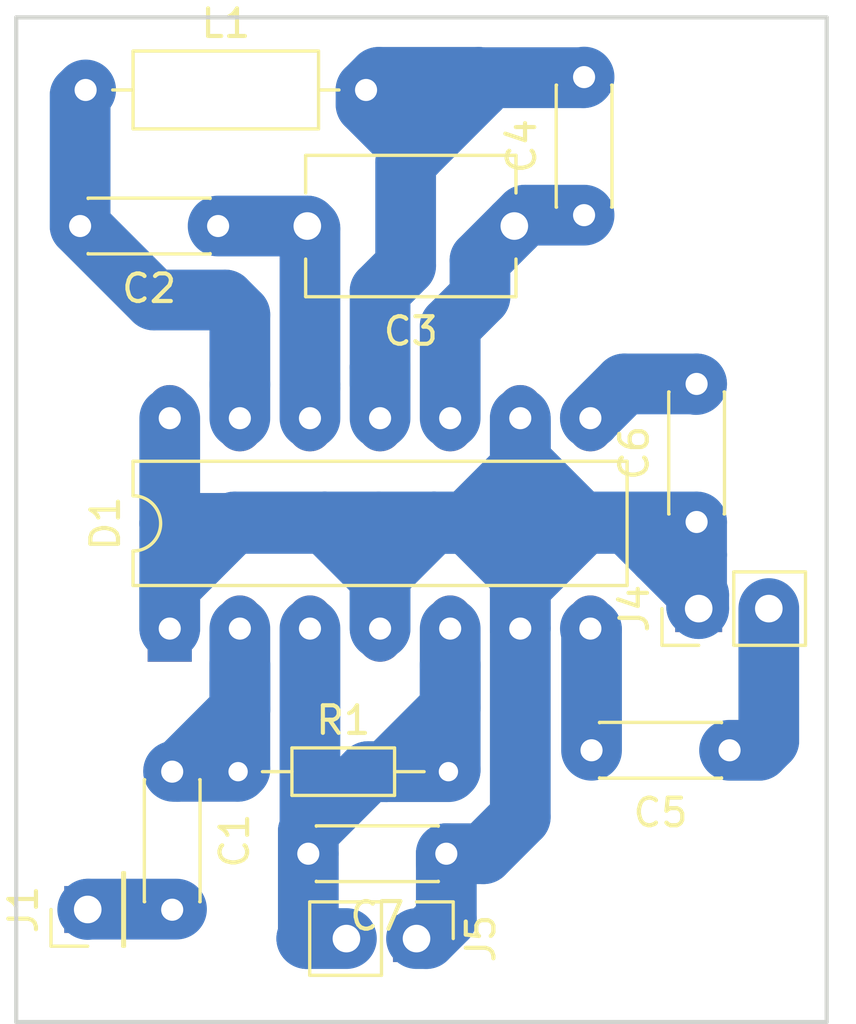
<source format=kicad_pcb>
(kicad_pcb (version 4) (host pcbnew 4.0.7)

  (general
    (links 26)
    (no_connects 0)
    (area 132.2548 101.1614 163.6409 138.378001)
    (thickness 1.6)
    (drawings 4)
    (tracks 123)
    (zones 0)
    (modules 13)
    (nets 12)
  )

  (page A4)
  (layers
    (0 F.Cu signal)
    (31 B.Cu signal)
    (32 B.Adhes user)
    (33 F.Adhes user)
    (34 B.Paste user)
    (35 F.Paste user)
    (36 B.SilkS user)
    (37 F.SilkS user)
    (38 B.Mask user)
    (39 F.Mask user)
    (40 Dwgs.User user)
    (41 Cmts.User user)
    (42 Eco1.User user)
    (43 Eco2.User user)
    (44 Edge.Cuts user)
    (45 Margin user)
    (46 B.CrtYd user)
    (47 F.CrtYd user)
    (48 B.Fab user)
    (49 F.Fab user)
  )

  (setup
    (last_trace_width 2.2)
    (trace_clearance 0.2)
    (zone_clearance 0.508)
    (zone_45_only no)
    (trace_min 0.2)
    (segment_width 0.2)
    (edge_width 0.15)
    (via_size 0.6)
    (via_drill 0.4)
    (via_min_size 0.4)
    (via_min_drill 0.3)
    (uvia_size 0.3)
    (uvia_drill 0.1)
    (uvias_allowed no)
    (uvia_min_size 0.2)
    (uvia_min_drill 0.1)
    (pcb_text_width 0.3)
    (pcb_text_size 1.5 1.5)
    (mod_edge_width 0.15)
    (mod_text_size 1 1)
    (mod_text_width 0.15)
    (pad_size 1.524 1.524)
    (pad_drill 0.762)
    (pad_to_mask_clearance 0.2)
    (aux_axis_origin 0 0)
    (visible_elements FFFFFF7F)
    (pcbplotparams
      (layerselection 0x00030_80000001)
      (usegerberextensions false)
      (excludeedgelayer true)
      (linewidth 0.100000)
      (plotframeref false)
      (viasonmask false)
      (mode 1)
      (useauxorigin false)
      (hpglpennumber 1)
      (hpglpenspeed 20)
      (hpglpendiameter 15)
      (hpglpenoverlay 2)
      (psnegative false)
      (psa4output false)
      (plotreference true)
      (plotvalue true)
      (plotinvisibletext false)
      (padsonsilk false)
      (subtractmaskfromsilk false)
      (outputformat 1)
      (mirror false)
      (drillshape 1)
      (scaleselection 1)
      (outputdirectory ""))
  )

  (net 0 "")
  (net 1 "Net-(C1-Pad1)")
  (net 2 "Net-(C1-Pad2)")
  (net 3 "Net-(C2-Pad1)")
  (net 4 "Net-(C2-Pad2)")
  (net 5 "Net-(C3-Pad1)")
  (net 6 "Net-(C4-Pad2)")
  (net 7 "Net-(C5-Pad1)")
  (net 8 "Net-(C5-Pad2)")
  (net 9 "Net-(C6-Pad1)")
  (net 10 "Net-(C6-Pad2)")
  (net 11 "Net-(C7-Pad2)")

  (net_class Default "Это класс цепей по умолчанию."
    (clearance 0.2)
    (trace_width 2.2)
    (via_dia 0.6)
    (via_drill 0.4)
    (uvia_dia 0.3)
    (uvia_drill 0.1)
    (add_net "Net-(C1-Pad1)")
    (add_net "Net-(C1-Pad2)")
    (add_net "Net-(C2-Pad1)")
    (add_net "Net-(C2-Pad2)")
    (add_net "Net-(C3-Pad1)")
    (add_net "Net-(C4-Pad2)")
    (add_net "Net-(C5-Pad1)")
    (add_net "Net-(C5-Pad2)")
    (add_net "Net-(C6-Pad1)")
    (add_net "Net-(C6-Pad2)")
    (add_net "Net-(C7-Pad2)")
  )

  (module Housings_DIP:DIP-14_W7.62mm_LongPads (layer F.Cu) (tedit 59C78D6B) (tstamp 5B301702)
    (at 138.5316 124.0536 90)
    (descr "14-lead though-hole mounted DIP package, row spacing 7.62 mm (300 mils), LongPads")
    (tags "THT DIP DIL PDIP 2.54mm 7.62mm 300mil LongPads")
    (path /5B2FB5E1)
    (fp_text reference D1 (at 3.81 -2.33 90) (layer F.SilkS)
      (effects (font (size 1 1) (thickness 0.15)))
    )
    (fp_text value К174ПС1 (at 3.81 17.57 90) (layer F.Fab)
      (effects (font (size 1 1) (thickness 0.15)))
    )
    (fp_arc (start 3.81 -1.33) (end 2.81 -1.33) (angle -180) (layer F.SilkS) (width 0.12))
    (fp_line (start 1.635 -1.27) (end 6.985 -1.27) (layer F.Fab) (width 0.1))
    (fp_line (start 6.985 -1.27) (end 6.985 16.51) (layer F.Fab) (width 0.1))
    (fp_line (start 6.985 16.51) (end 0.635 16.51) (layer F.Fab) (width 0.1))
    (fp_line (start 0.635 16.51) (end 0.635 -0.27) (layer F.Fab) (width 0.1))
    (fp_line (start 0.635 -0.27) (end 1.635 -1.27) (layer F.Fab) (width 0.1))
    (fp_line (start 2.81 -1.33) (end 1.56 -1.33) (layer F.SilkS) (width 0.12))
    (fp_line (start 1.56 -1.33) (end 1.56 16.57) (layer F.SilkS) (width 0.12))
    (fp_line (start 1.56 16.57) (end 6.06 16.57) (layer F.SilkS) (width 0.12))
    (fp_line (start 6.06 16.57) (end 6.06 -1.33) (layer F.SilkS) (width 0.12))
    (fp_line (start 6.06 -1.33) (end 4.81 -1.33) (layer F.SilkS) (width 0.12))
    (fp_line (start -1.45 -1.55) (end -1.45 16.8) (layer F.CrtYd) (width 0.05))
    (fp_line (start -1.45 16.8) (end 9.1 16.8) (layer F.CrtYd) (width 0.05))
    (fp_line (start 9.1 16.8) (end 9.1 -1.55) (layer F.CrtYd) (width 0.05))
    (fp_line (start 9.1 -1.55) (end -1.45 -1.55) (layer F.CrtYd) (width 0.05))
    (fp_text user %R (at 3.81 7.62 90) (layer F.Fab)
      (effects (font (size 1 1) (thickness 0.15)))
    )
    (pad 1 thru_hole rect (at 0 0 90) (size 2.4 1.6) (drill 0.8) (layers *.Cu *.Mask)
      (net 9 "Net-(C6-Pad1)"))
    (pad 8 thru_hole oval (at 7.62 15.24 90) (size 2.4 1.6) (drill 0.8) (layers *.Cu *.Mask)
      (net 10 "Net-(C6-Pad2)"))
    (pad 2 thru_hole oval (at 0 2.54 90) (size 2.4 1.6) (drill 0.8) (layers *.Cu *.Mask)
      (net 1 "Net-(C1-Pad1)"))
    (pad 9 thru_hole oval (at 7.62 12.7 90) (size 2.4 1.6) (drill 0.8) (layers *.Cu *.Mask)
      (net 9 "Net-(C6-Pad1)"))
    (pad 3 thru_hole oval (at 0 5.08 90) (size 2.4 1.6) (drill 0.8) (layers *.Cu *.Mask)
      (net 11 "Net-(C7-Pad2)"))
    (pad 10 thru_hole oval (at 7.62 10.16 90) (size 2.4 1.6) (drill 0.8) (layers *.Cu *.Mask)
      (net 5 "Net-(C3-Pad1)"))
    (pad 4 thru_hole oval (at 0 7.62 90) (size 2.4 1.6) (drill 0.8) (layers *.Cu *.Mask)
      (net 9 "Net-(C6-Pad1)"))
    (pad 11 thru_hole oval (at 7.62 7.62 90) (size 2.4 1.6) (drill 0.8) (layers *.Cu *.Mask)
      (net 6 "Net-(C4-Pad2)"))
    (pad 5 thru_hole oval (at 0 10.16 90) (size 2.4 1.6) (drill 0.8) (layers *.Cu *.Mask)
      (net 11 "Net-(C7-Pad2)"))
    (pad 12 thru_hole oval (at 7.62 5.08 90) (size 2.4 1.6) (drill 0.8) (layers *.Cu *.Mask)
      (net 3 "Net-(C2-Pad1)"))
    (pad 6 thru_hole oval (at 0 12.7 90) (size 2.4 1.6) (drill 0.8) (layers *.Cu *.Mask)
      (net 9 "Net-(C6-Pad1)"))
    (pad 13 thru_hole oval (at 7.62 2.54 90) (size 2.4 1.6) (drill 0.8) (layers *.Cu *.Mask)
      (net 4 "Net-(C2-Pad2)"))
    (pad 7 thru_hole oval (at 0 15.24 90) (size 2.4 1.6) (drill 0.8) (layers *.Cu *.Mask)
      (net 8 "Net-(C5-Pad2)"))
    (pad 14 thru_hole oval (at 7.62 0 90) (size 2.4 1.6) (drill 0.8) (layers *.Cu *.Mask)
      (net 9 "Net-(C6-Pad1)"))
    (model ${KISYS3DMOD}/Housings_DIP.3dshapes/DIP-14_W7.62mm.wrl
      (at (xyz 0 0 0))
      (scale (xyz 1 1 1))
      (rotate (xyz 0 0 0))
    )
  )

  (module Capacitors_THT:C_Disc_D7.5mm_W5.0mm_P7.50mm (layer F.Cu) (tedit 597BC7C2) (tstamp 5B2FCD2A)
    (at 151.0157 109.474 180)
    (descr "C, Disc series, Radial, pin pitch=7.50mm, , diameter*width=7.5*5.0mm^2, Capacitor, http://www.vishay.com/docs/28535/vy2series.pdf")
    (tags "C Disc series Radial pin pitch 7.50mm  diameter 7.5mm width 5.0mm Capacitor")
    (path /5B2FCEED)
    (fp_text reference C3 (at 3.75 -3.81 180) (layer F.SilkS)
      (effects (font (size 1 1) (thickness 0.15)))
    )
    (fp_text value 300pF (at 3.75 3.81 180) (layer F.Fab)
      (effects (font (size 1 1) (thickness 0.15)))
    )
    (fp_line (start 0 -2.5) (end 0 2.5) (layer F.Fab) (width 0.1))
    (fp_line (start 0 2.5) (end 7.5 2.5) (layer F.Fab) (width 0.1))
    (fp_line (start 7.5 2.5) (end 7.5 -2.5) (layer F.Fab) (width 0.1))
    (fp_line (start 7.5 -2.5) (end 0 -2.5) (layer F.Fab) (width 0.1))
    (fp_line (start -0.06 -2.56) (end 7.56 -2.56) (layer F.SilkS) (width 0.12))
    (fp_line (start -0.06 2.56) (end 7.56 2.56) (layer F.SilkS) (width 0.12))
    (fp_line (start -0.06 -2.56) (end -0.06 -1.195) (layer F.SilkS) (width 0.12))
    (fp_line (start -0.06 1.195) (end -0.06 2.56) (layer F.SilkS) (width 0.12))
    (fp_line (start 7.56 -2.56) (end 7.56 -1.195) (layer F.SilkS) (width 0.12))
    (fp_line (start 7.56 1.195) (end 7.56 2.56) (layer F.SilkS) (width 0.12))
    (fp_line (start -1.25 -2.85) (end -1.25 2.85) (layer F.CrtYd) (width 0.05))
    (fp_line (start -1.25 2.85) (end 8.75 2.85) (layer F.CrtYd) (width 0.05))
    (fp_line (start 8.75 2.85) (end 8.75 -2.85) (layer F.CrtYd) (width 0.05))
    (fp_line (start 8.75 -2.85) (end -1.25 -2.85) (layer F.CrtYd) (width 0.05))
    (fp_text user %R (at 3.75 0 180) (layer F.Fab)
      (effects (font (size 1 1) (thickness 0.15)))
    )
    (pad 1 thru_hole circle (at 0 0 180) (size 2 2) (drill 1) (layers *.Cu *.Mask)
      (net 5 "Net-(C3-Pad1)"))
    (pad 2 thru_hole circle (at 7.5 0 180) (size 2 2) (drill 1) (layers *.Cu *.Mask)
      (net 3 "Net-(C2-Pad1)"))
    (model ${KISYS3DMOD}/Capacitors_THT.3dshapes/C_Disc_D7.5mm_W5.0mm_P7.50mm.wrl
      (at (xyz 0 0 0))
      (scale (xyz 1 1 1))
      (rotate (xyz 0 0 0))
    )
  )

  (module Capacitors_THT:C_Disc_D4.3mm_W1.9mm_P5.00mm (layer F.Cu) (tedit 5B34999C) (tstamp 5B2FC1CE)
    (at 138.6205 129.2352 270)
    (descr "C, Disc series, Radial, pin pitch=5.00mm, , diameter*width=4.3*1.9mm^2, Capacitor, http://www.vishay.com/docs/45233/krseries.pdf")
    (tags "C Disc series Radial pin pitch 5.00mm  diameter 4.3mm width 1.9mm Capacitor")
    (path /5B2FED4B)
    (fp_text reference C1 (at 2.5 -2.26 270) (layer F.SilkS)
      (effects (font (size 1 1) (thickness 0.15)))
    )
    (fp_text value 100pF (at 2.5 2.26 270) (layer F.Fab)
      (effects (font (size 1 1) (thickness 0.15)))
    )
    (fp_line (start 0.35 -0.95) (end 0.35 0.95) (layer F.Fab) (width 0.1))
    (fp_line (start 0.35 0.95) (end 4.65 0.95) (layer F.Fab) (width 0.1))
    (fp_line (start 4.65 0.95) (end 4.65 -0.95) (layer F.Fab) (width 0.1))
    (fp_line (start 4.65 -0.95) (end 0.35 -0.95) (layer F.Fab) (width 0.1))
    (fp_line (start 0.29 -1.01) (end 4.71 -1.01) (layer F.SilkS) (width 0.12))
    (fp_line (start 0.29 1.01) (end 4.71 1.01) (layer F.SilkS) (width 0.12))
    (fp_line (start 0.29 -1.01) (end 0.29 -0.996) (layer F.SilkS) (width 0.12))
    (fp_line (start 0.29 0.996) (end 0.29 1.01) (layer F.SilkS) (width 0.12))
    (fp_line (start 4.71 -1.01) (end 4.71 -0.996) (layer F.SilkS) (width 0.12))
    (fp_line (start 4.71 0.996) (end 4.71 1.01) (layer F.SilkS) (width 0.12))
    (fp_line (start -1.05 -1.3) (end -1.05 1.3) (layer F.CrtYd) (width 0.05))
    (fp_line (start -1.05 1.3) (end 6.05 1.3) (layer F.CrtYd) (width 0.05))
    (fp_line (start 6.05 1.3) (end 6.05 -1.3) (layer F.CrtYd) (width 0.05))
    (fp_line (start 6.05 -1.3) (end -1.05 -1.3) (layer F.CrtYd) (width 0.05))
    (fp_text user %R (at 2.4384 0 270) (layer F.Fab)
      (effects (font (size 1 1) (thickness 0.15)))
    )
    (pad 1 thru_hole circle (at 0 0 270) (size 1.6 1.6) (drill 0.8) (layers *.Cu *.Mask)
      (net 1 "Net-(C1-Pad1)"))
    (pad 2 thru_hole circle (at 5 0 270) (size 1.6 1.6) (drill 0.8) (layers *.Cu *.Mask)
      (net 2 "Net-(C1-Pad2)"))
    (model ${KISYS3DMOD}/Capacitors_THT.3dshapes/C_Disc_D4.3mm_W1.9mm_P5.00mm.wrl
      (at (xyz 0 0 0))
      (scale (xyz 1 1 1))
      (rotate (xyz 0 0 0))
    )
  )

  (module Capacitors_THT:C_Disc_D4.3mm_W1.9mm_P5.00mm (layer F.Cu) (tedit 5B2FD92D) (tstamp 5B2FC1E6)
    (at 158.8135 128.4605 180)
    (descr "C, Disc series, Radial, pin pitch=5.00mm, , diameter*width=4.3*1.9mm^2, Capacitor, http://www.vishay.com/docs/45233/krseries.pdf")
    (tags "C Disc series Radial pin pitch 5.00mm  diameter 4.3mm width 1.9mm Capacitor")
    (path /5B2FB8A1)
    (fp_text reference C5 (at 2.5 -2.26 180) (layer F.SilkS)
      (effects (font (size 1 1) (thickness 0.15)))
    )
    (fp_text value 100pF (at 2.0056 2.3347 180) (layer F.Fab)
      (effects (font (size 1 1) (thickness 0.15)))
    )
    (fp_line (start 0.35 -0.95) (end 0.35 0.95) (layer F.Fab) (width 0.1))
    (fp_line (start 0.35 0.95) (end 4.65 0.95) (layer F.Fab) (width 0.1))
    (fp_line (start 4.65 0.95) (end 4.65 -0.95) (layer F.Fab) (width 0.1))
    (fp_line (start 4.65 -0.95) (end 0.35 -0.95) (layer F.Fab) (width 0.1))
    (fp_line (start 0.29 -1.01) (end 4.71 -1.01) (layer F.SilkS) (width 0.12))
    (fp_line (start 0.29 1.01) (end 4.71 1.01) (layer F.SilkS) (width 0.12))
    (fp_line (start 0.29 -1.01) (end 0.29 -0.996) (layer F.SilkS) (width 0.12))
    (fp_line (start 0.29 0.996) (end 0.29 1.01) (layer F.SilkS) (width 0.12))
    (fp_line (start 4.71 -1.01) (end 4.71 -0.996) (layer F.SilkS) (width 0.12))
    (fp_line (start 4.71 0.996) (end 4.71 1.01) (layer F.SilkS) (width 0.12))
    (fp_line (start -1.05 -1.3) (end -1.05 1.3) (layer F.CrtYd) (width 0.05))
    (fp_line (start -1.05 1.3) (end 6.05 1.3) (layer F.CrtYd) (width 0.05))
    (fp_line (start 6.05 1.3) (end 6.05 -1.3) (layer F.CrtYd) (width 0.05))
    (fp_line (start 6.05 -1.3) (end -1.05 -1.3) (layer F.CrtYd) (width 0.05))
    (fp_text user %R (at 2.5146 0.0254 180) (layer F.Fab)
      (effects (font (size 1 1) (thickness 0.15)))
    )
    (pad 1 thru_hole circle (at 0 0 180) (size 1.6 1.6) (drill 0.8) (layers *.Cu *.Mask)
      (net 7 "Net-(C5-Pad1)"))
    (pad 2 thru_hole circle (at 5 0 180) (size 1.6 1.6) (drill 0.8) (layers *.Cu *.Mask)
      (net 8 "Net-(C5-Pad2)"))
    (model ${KISYS3DMOD}/Capacitors_THT.3dshapes/C_Disc_D4.3mm_W1.9mm_P5.00mm.wrl
      (at (xyz 0 0 0))
      (scale (xyz 1 1 1))
      (rotate (xyz 0 0 0))
    )
  )

  (module Capacitors_THT:C_Disc_D4.3mm_W1.9mm_P5.00mm (layer F.Cu) (tedit 597BC7C2) (tstamp 5B2FC1EC)
    (at 157.6197 120.1928 90)
    (descr "C, Disc series, Radial, pin pitch=5.00mm, , diameter*width=4.3*1.9mm^2, Capacitor, http://www.vishay.com/docs/45233/krseries.pdf")
    (tags "C Disc series Radial pin pitch 5.00mm  diameter 4.3mm width 1.9mm Capacitor")
    (path /5B2FB7E2)
    (fp_text reference C6 (at 2.5 -2.26 90) (layer F.SilkS)
      (effects (font (size 1 1) (thickness 0.15)))
    )
    (fp_text value 100pF (at 2.5 2.26 90) (layer F.Fab)
      (effects (font (size 1 1) (thickness 0.15)))
    )
    (fp_line (start 0.35 -0.95) (end 0.35 0.95) (layer F.Fab) (width 0.1))
    (fp_line (start 0.35 0.95) (end 4.65 0.95) (layer F.Fab) (width 0.1))
    (fp_line (start 4.65 0.95) (end 4.65 -0.95) (layer F.Fab) (width 0.1))
    (fp_line (start 4.65 -0.95) (end 0.35 -0.95) (layer F.Fab) (width 0.1))
    (fp_line (start 0.29 -1.01) (end 4.71 -1.01) (layer F.SilkS) (width 0.12))
    (fp_line (start 0.29 1.01) (end 4.71 1.01) (layer F.SilkS) (width 0.12))
    (fp_line (start 0.29 -1.01) (end 0.29 -0.996) (layer F.SilkS) (width 0.12))
    (fp_line (start 0.29 0.996) (end 0.29 1.01) (layer F.SilkS) (width 0.12))
    (fp_line (start 4.71 -1.01) (end 4.71 -0.996) (layer F.SilkS) (width 0.12))
    (fp_line (start 4.71 0.996) (end 4.71 1.01) (layer F.SilkS) (width 0.12))
    (fp_line (start -1.05 -1.3) (end -1.05 1.3) (layer F.CrtYd) (width 0.05))
    (fp_line (start -1.05 1.3) (end 6.05 1.3) (layer F.CrtYd) (width 0.05))
    (fp_line (start 6.05 1.3) (end 6.05 -1.3) (layer F.CrtYd) (width 0.05))
    (fp_line (start 6.05 -1.3) (end -1.05 -1.3) (layer F.CrtYd) (width 0.05))
    (fp_text user %R (at 2.5 0 90) (layer F.Fab)
      (effects (font (size 1 1) (thickness 0.15)))
    )
    (pad 1 thru_hole circle (at 0 0 90) (size 1.6 1.6) (drill 0.8) (layers *.Cu *.Mask)
      (net 9 "Net-(C6-Pad1)"))
    (pad 2 thru_hole circle (at 5 0 90) (size 1.6 1.6) (drill 0.8) (layers *.Cu *.Mask)
      (net 10 "Net-(C6-Pad2)"))
    (model ${KISYS3DMOD}/Capacitors_THT.3dshapes/C_Disc_D4.3mm_W1.9mm_P5.00mm.wrl
      (at (xyz 0 0 0))
      (scale (xyz 1 1 1))
      (rotate (xyz 0 0 0))
    )
  )

  (module Inductors_THT:L_Axial_L6.6mm_D2.7mm_P10.16mm_Horizontal_Vishay_IM-2 (layer F.Cu) (tedit 587E3FCE) (tstamp 5B2FC228)
    (at 135.4836 104.5464)
    (descr "L, Axial series, Axial, Horizontal, pin pitch=10.16mm, , length*diameter=6.6*2.7mm^2, Vishay, IM-2, http://www.vishay.com/docs/34030/im.pdf")
    (tags "L Axial series Axial Horizontal pin pitch 10.16mm  length 6.6mm diameter 2.7mm Vishay IM-2")
    (path /5B2FCA14)
    (fp_text reference L1 (at 5.08 -2.41) (layer F.SilkS)
      (effects (font (size 1 1) (thickness 0.15)))
    )
    (fp_text value L1 (at 5.08 2.41) (layer F.Fab)
      (effects (font (size 1 1) (thickness 0.15)))
    )
    (fp_line (start 1.78 -1.35) (end 1.78 1.35) (layer F.Fab) (width 0.1))
    (fp_line (start 1.78 1.35) (end 8.38 1.35) (layer F.Fab) (width 0.1))
    (fp_line (start 8.38 1.35) (end 8.38 -1.35) (layer F.Fab) (width 0.1))
    (fp_line (start 8.38 -1.35) (end 1.78 -1.35) (layer F.Fab) (width 0.1))
    (fp_line (start 0 0) (end 1.78 0) (layer F.Fab) (width 0.1))
    (fp_line (start 10.16 0) (end 8.38 0) (layer F.Fab) (width 0.1))
    (fp_line (start 1.72 -1.41) (end 1.72 1.41) (layer F.SilkS) (width 0.12))
    (fp_line (start 1.72 1.41) (end 8.44 1.41) (layer F.SilkS) (width 0.12))
    (fp_line (start 8.44 1.41) (end 8.44 -1.41) (layer F.SilkS) (width 0.12))
    (fp_line (start 8.44 -1.41) (end 1.72 -1.41) (layer F.SilkS) (width 0.12))
    (fp_line (start 0.98 0) (end 1.72 0) (layer F.SilkS) (width 0.12))
    (fp_line (start 9.18 0) (end 8.44 0) (layer F.SilkS) (width 0.12))
    (fp_line (start -1.05 -1.7) (end -1.05 1.7) (layer F.CrtYd) (width 0.05))
    (fp_line (start -1.05 1.7) (end 11.25 1.7) (layer F.CrtYd) (width 0.05))
    (fp_line (start 11.25 1.7) (end 11.25 -1.7) (layer F.CrtYd) (width 0.05))
    (fp_line (start 11.25 -1.7) (end -1.05 -1.7) (layer F.CrtYd) (width 0.05))
    (pad 1 thru_hole circle (at 0 0) (size 1.6 1.6) (drill 0.8) (layers *.Cu *.Mask)
      (net 4 "Net-(C2-Pad2)"))
    (pad 2 thru_hole oval (at 10.16 0) (size 1.6 1.6) (drill 0.8) (layers *.Cu *.Mask)
      (net 6 "Net-(C4-Pad2)"))
    (model Inductors_THT.3dshapes/L_Axial_L6.6mm_D2.7mm_P10.16mm_Horizontal_Vishay_IM-2.wrl
      (at (xyz 0 0 0))
      (scale (xyz 0.393701 0.393701 0.393701))
      (rotate (xyz 0 0 0))
    )
  )

  (module Resistors_THT:R_Axial_DIN0204_L3.6mm_D1.6mm_P7.62mm_Horizontal (layer F.Cu) (tedit 5874F706) (tstamp 5B2FC22E)
    (at 141.0081 129.2352)
    (descr "Resistor, Axial_DIN0204 series, Axial, Horizontal, pin pitch=7.62mm, 0.16666666666666666W = 1/6W, length*diameter=3.6*1.6mm^2, http://cdn-reichelt.de/documents/datenblatt/B400/1_4W%23YAG.pdf")
    (tags "Resistor Axial_DIN0204 series Axial Horizontal pin pitch 7.62mm 0.16666666666666666W = 1/6W length 3.6mm diameter 1.6mm")
    (path /5B2FE9DE)
    (fp_text reference R1 (at 3.81 -1.86) (layer F.SilkS)
      (effects (font (size 1 1) (thickness 0.15)))
    )
    (fp_text value 0.22k (at 3.81 1.86) (layer F.Fab)
      (effects (font (size 1 1) (thickness 0.15)))
    )
    (fp_line (start 2.01 -0.8) (end 2.01 0.8) (layer F.Fab) (width 0.1))
    (fp_line (start 2.01 0.8) (end 5.61 0.8) (layer F.Fab) (width 0.1))
    (fp_line (start 5.61 0.8) (end 5.61 -0.8) (layer F.Fab) (width 0.1))
    (fp_line (start 5.61 -0.8) (end 2.01 -0.8) (layer F.Fab) (width 0.1))
    (fp_line (start 0 0) (end 2.01 0) (layer F.Fab) (width 0.1))
    (fp_line (start 7.62 0) (end 5.61 0) (layer F.Fab) (width 0.1))
    (fp_line (start 1.95 -0.86) (end 1.95 0.86) (layer F.SilkS) (width 0.12))
    (fp_line (start 1.95 0.86) (end 5.67 0.86) (layer F.SilkS) (width 0.12))
    (fp_line (start 5.67 0.86) (end 5.67 -0.86) (layer F.SilkS) (width 0.12))
    (fp_line (start 5.67 -0.86) (end 1.95 -0.86) (layer F.SilkS) (width 0.12))
    (fp_line (start 0.88 0) (end 1.95 0) (layer F.SilkS) (width 0.12))
    (fp_line (start 6.74 0) (end 5.67 0) (layer F.SilkS) (width 0.12))
    (fp_line (start -0.95 -1.15) (end -0.95 1.15) (layer F.CrtYd) (width 0.05))
    (fp_line (start -0.95 1.15) (end 8.6 1.15) (layer F.CrtYd) (width 0.05))
    (fp_line (start 8.6 1.15) (end 8.6 -1.15) (layer F.CrtYd) (width 0.05))
    (fp_line (start 8.6 -1.15) (end -0.95 -1.15) (layer F.CrtYd) (width 0.05))
    (pad 1 thru_hole circle (at 0 0) (size 1.4 1.4) (drill 0.7) (layers *.Cu *.Mask)
      (net 1 "Net-(C1-Pad1)"))
    (pad 2 thru_hole oval (at 7.62 0) (size 1.4 1.4) (drill 0.7) (layers *.Cu *.Mask)
      (net 11 "Net-(C7-Pad2)"))
    (model ${KISYS3DMOD}/Resistors_THT.3dshapes/R_Axial_DIN0204_L3.6mm_D1.6mm_P7.62mm_Horizontal.wrl
      (at (xyz 0 0 0))
      (scale (xyz 0.393701 0.393701 0.393701))
      (rotate (xyz 0 0 0))
    )
  )

  (module Pin_Headers:Pin_Header_Straight_1x01_Pitch2.54mm (layer F.Cu) (tedit 59650532) (tstamp 5B2FD0CD)
    (at 135.5598 134.2263 90)
    (descr "Through hole straight pin header, 1x01, 2.54mm pitch, single row")
    (tags "Through hole pin header THT 1x01 2.54mm single row")
    (path /5B2FEF19)
    (fp_text reference J1 (at 0 -2.33 90) (layer F.SilkS)
      (effects (font (size 1 1) (thickness 0.15)))
    )
    (fp_text value OutputRF (at 0 2.33 90) (layer F.Fab)
      (effects (font (size 1 1) (thickness 0.15)))
    )
    (fp_line (start -0.635 -1.27) (end 1.27 -1.27) (layer F.Fab) (width 0.1))
    (fp_line (start 1.27 -1.27) (end 1.27 1.27) (layer F.Fab) (width 0.1))
    (fp_line (start 1.27 1.27) (end -1.27 1.27) (layer F.Fab) (width 0.1))
    (fp_line (start -1.27 1.27) (end -1.27 -0.635) (layer F.Fab) (width 0.1))
    (fp_line (start -1.27 -0.635) (end -0.635 -1.27) (layer F.Fab) (width 0.1))
    (fp_line (start -1.33 1.33) (end 1.33 1.33) (layer F.SilkS) (width 0.12))
    (fp_line (start -1.33 1.27) (end -1.33 1.33) (layer F.SilkS) (width 0.12))
    (fp_line (start 1.33 1.27) (end 1.33 1.33) (layer F.SilkS) (width 0.12))
    (fp_line (start -1.33 1.27) (end 1.33 1.27) (layer F.SilkS) (width 0.12))
    (fp_line (start -1.33 0) (end -1.33 -1.33) (layer F.SilkS) (width 0.12))
    (fp_line (start -1.33 -1.33) (end 0 -1.33) (layer F.SilkS) (width 0.12))
    (fp_line (start -1.8 -1.8) (end -1.8 1.8) (layer F.CrtYd) (width 0.05))
    (fp_line (start -1.8 1.8) (end 1.8 1.8) (layer F.CrtYd) (width 0.05))
    (fp_line (start 1.8 1.8) (end 1.8 -1.8) (layer F.CrtYd) (width 0.05))
    (fp_line (start 1.8 -1.8) (end -1.8 -1.8) (layer F.CrtYd) (width 0.05))
    (fp_text user %R (at 0 0 180) (layer F.Fab)
      (effects (font (size 1 1) (thickness 0.15)))
    )
    (pad 1 thru_hole rect (at 0 0 90) (size 1.7 1.7) (drill 1) (layers *.Cu *.Mask)
      (net 2 "Net-(C1-Pad2)"))
    (model ${KISYS3DMOD}/Pin_Headers.3dshapes/Pin_Header_Straight_1x01_Pitch2.54mm.wrl
      (at (xyz 0 0 0))
      (scale (xyz 1 1 1))
      (rotate (xyz 0 0 0))
    )
  )

  (module Pin_Headers:Pin_Header_Straight_1x02_Pitch2.54mm (layer F.Cu) (tedit 59650532) (tstamp 5B2FD224)
    (at 157.6959 123.3297 90)
    (descr "Through hole straight pin header, 1x02, 2.54mm pitch, single row")
    (tags "Through hole pin header THT 1x02 2.54mm single row")
    (path /5B2FC130)
    (fp_text reference J4 (at 0 -2.33 90) (layer F.SilkS)
      (effects (font (size 1 1) (thickness 0.15)))
    )
    (fp_text value "Input RF" (at 0 4.87 90) (layer F.Fab)
      (effects (font (size 1 1) (thickness 0.15)))
    )
    (fp_line (start -0.635 -1.27) (end 1.27 -1.27) (layer F.Fab) (width 0.1))
    (fp_line (start 1.27 -1.27) (end 1.27 3.81) (layer F.Fab) (width 0.1))
    (fp_line (start 1.27 3.81) (end -1.27 3.81) (layer F.Fab) (width 0.1))
    (fp_line (start -1.27 3.81) (end -1.27 -0.635) (layer F.Fab) (width 0.1))
    (fp_line (start -1.27 -0.635) (end -0.635 -1.27) (layer F.Fab) (width 0.1))
    (fp_line (start -1.33 3.87) (end 1.33 3.87) (layer F.SilkS) (width 0.12))
    (fp_line (start -1.33 1.27) (end -1.33 3.87) (layer F.SilkS) (width 0.12))
    (fp_line (start 1.33 1.27) (end 1.33 3.87) (layer F.SilkS) (width 0.12))
    (fp_line (start -1.33 1.27) (end 1.33 1.27) (layer F.SilkS) (width 0.12))
    (fp_line (start -1.33 0) (end -1.33 -1.33) (layer F.SilkS) (width 0.12))
    (fp_line (start -1.33 -1.33) (end 0 -1.33) (layer F.SilkS) (width 0.12))
    (fp_line (start -1.8 -1.8) (end -1.8 4.35) (layer F.CrtYd) (width 0.05))
    (fp_line (start -1.8 4.35) (end 1.8 4.35) (layer F.CrtYd) (width 0.05))
    (fp_line (start 1.8 4.35) (end 1.8 -1.8) (layer F.CrtYd) (width 0.05))
    (fp_line (start 1.8 -1.8) (end -1.8 -1.8) (layer F.CrtYd) (width 0.05))
    (fp_text user %R (at 0 1.27 180) (layer F.Fab)
      (effects (font (size 1 1) (thickness 0.15)))
    )
    (pad 1 thru_hole rect (at 0 0 90) (size 1.7 1.7) (drill 1) (layers *.Cu *.Mask)
      (net 9 "Net-(C6-Pad1)"))
    (pad 2 thru_hole oval (at 0 2.54 90) (size 1.7 1.7) (drill 1) (layers *.Cu *.Mask)
      (net 7 "Net-(C5-Pad1)"))
    (model ${KISYS3DMOD}/Pin_Headers.3dshapes/Pin_Header_Straight_1x02_Pitch2.54mm.wrl
      (at (xyz 0 0 0))
      (scale (xyz 1 1 1))
      (rotate (xyz 0 0 0))
    )
  )

  (module Pin_Headers:Pin_Header_Straight_1x02_Pitch2.54mm (layer F.Cu) (tedit 59650532) (tstamp 5B2FCCC0)
    (at 147.4724 135.2804 270)
    (descr "Through hole straight pin header, 1x02, 2.54mm pitch, single row")
    (tags "Through hole pin header THT 1x02 2.54mm single row")
    (path /5B2FE5C4)
    (fp_text reference J5 (at 0 -2.33 270) (layer F.SilkS)
      (effects (font (size 1 1) (thickness 0.15)))
    )
    (fp_text value Power (at 0 4.87 270) (layer F.Fab)
      (effects (font (size 1 1) (thickness 0.15)))
    )
    (fp_line (start -0.635 -1.27) (end 1.27 -1.27) (layer F.Fab) (width 0.1))
    (fp_line (start 1.27 -1.27) (end 1.27 3.81) (layer F.Fab) (width 0.1))
    (fp_line (start 1.27 3.81) (end -1.27 3.81) (layer F.Fab) (width 0.1))
    (fp_line (start -1.27 3.81) (end -1.27 -0.635) (layer F.Fab) (width 0.1))
    (fp_line (start -1.27 -0.635) (end -0.635 -1.27) (layer F.Fab) (width 0.1))
    (fp_line (start -1.33 3.87) (end 1.33 3.87) (layer F.SilkS) (width 0.12))
    (fp_line (start -1.33 1.27) (end -1.33 3.87) (layer F.SilkS) (width 0.12))
    (fp_line (start 1.33 1.27) (end 1.33 3.87) (layer F.SilkS) (width 0.12))
    (fp_line (start -1.33 1.27) (end 1.33 1.27) (layer F.SilkS) (width 0.12))
    (fp_line (start -1.33 0) (end -1.33 -1.33) (layer F.SilkS) (width 0.12))
    (fp_line (start -1.33 -1.33) (end 0 -1.33) (layer F.SilkS) (width 0.12))
    (fp_line (start -1.8 -1.8) (end -1.8 4.35) (layer F.CrtYd) (width 0.05))
    (fp_line (start -1.8 4.35) (end 1.8 4.35) (layer F.CrtYd) (width 0.05))
    (fp_line (start 1.8 4.35) (end 1.8 -1.8) (layer F.CrtYd) (width 0.05))
    (fp_line (start 1.8 -1.8) (end -1.8 -1.8) (layer F.CrtYd) (width 0.05))
    (fp_text user %R (at 0 1.27 360) (layer F.Fab)
      (effects (font (size 1 1) (thickness 0.15)))
    )
    (pad 1 thru_hole rect (at 0 0 270) (size 1.7 1.7) (drill 1) (layers *.Cu *.Mask)
      (net 9 "Net-(C6-Pad1)"))
    (pad 2 thru_hole oval (at 0 2.54 270) (size 1.7 1.7) (drill 1) (layers *.Cu *.Mask)
      (net 11 "Net-(C7-Pad2)"))
    (model ${KISYS3DMOD}/Pin_Headers.3dshapes/Pin_Header_Straight_1x02_Pitch2.54mm.wrl
      (at (xyz 0 0 0))
      (scale (xyz 1 1 1))
      (rotate (xyz 0 0 0))
    )
  )

  (module Capacitors_THT:C_Disc_D4.3mm_W1.9mm_P5.00mm (layer F.Cu) (tedit 597BC7C2) (tstamp 5B2FCD2F)
    (at 153.543 109.0803 90)
    (descr "C, Disc series, Radial, pin pitch=5.00mm, , diameter*width=4.3*1.9mm^2, Capacitor, http://www.vishay.com/docs/45233/krseries.pdf")
    (tags "C Disc series Radial pin pitch 5.00mm  diameter 4.3mm width 1.9mm Capacitor")
    (path /5B2FC6B2)
    (fp_text reference C4 (at 2.5 -2.26 90) (layer F.SilkS)
      (effects (font (size 1 1) (thickness 0.15)))
    )
    (fp_text value 200pF (at 2.5 2.26 90) (layer F.Fab)
      (effects (font (size 1 1) (thickness 0.15)))
    )
    (fp_line (start 0.35 -0.95) (end 0.35 0.95) (layer F.Fab) (width 0.1))
    (fp_line (start 0.35 0.95) (end 4.65 0.95) (layer F.Fab) (width 0.1))
    (fp_line (start 4.65 0.95) (end 4.65 -0.95) (layer F.Fab) (width 0.1))
    (fp_line (start 4.65 -0.95) (end 0.35 -0.95) (layer F.Fab) (width 0.1))
    (fp_line (start 0.29 -1.01) (end 4.71 -1.01) (layer F.SilkS) (width 0.12))
    (fp_line (start 0.29 1.01) (end 4.71 1.01) (layer F.SilkS) (width 0.12))
    (fp_line (start 0.29 -1.01) (end 0.29 -0.996) (layer F.SilkS) (width 0.12))
    (fp_line (start 0.29 0.996) (end 0.29 1.01) (layer F.SilkS) (width 0.12))
    (fp_line (start 4.71 -1.01) (end 4.71 -0.996) (layer F.SilkS) (width 0.12))
    (fp_line (start 4.71 0.996) (end 4.71 1.01) (layer F.SilkS) (width 0.12))
    (fp_line (start -1.05 -1.3) (end -1.05 1.3) (layer F.CrtYd) (width 0.05))
    (fp_line (start -1.05 1.3) (end 6.05 1.3) (layer F.CrtYd) (width 0.05))
    (fp_line (start 6.05 1.3) (end 6.05 -1.3) (layer F.CrtYd) (width 0.05))
    (fp_line (start 6.05 -1.3) (end -1.05 -1.3) (layer F.CrtYd) (width 0.05))
    (fp_text user %R (at 2.5 0 90) (layer F.Fab)
      (effects (font (size 1 1) (thickness 0.15)))
    )
    (pad 1 thru_hole circle (at 0 0 90) (size 1.6 1.6) (drill 0.8) (layers *.Cu *.Mask)
      (net 5 "Net-(C3-Pad1)"))
    (pad 2 thru_hole circle (at 5 0 90) (size 1.6 1.6) (drill 0.8) (layers *.Cu *.Mask)
      (net 6 "Net-(C4-Pad2)"))
    (model ${KISYS3DMOD}/Capacitors_THT.3dshapes/C_Disc_D4.3mm_W1.9mm_P5.00mm.wrl
      (at (xyz 0 0 0))
      (scale (xyz 1 1 1))
      (rotate (xyz 0 0 0))
    )
  )

  (module Capacitors_THT:C_Disc_D4.3mm_W1.9mm_P5.00mm (layer F.Cu) (tedit 5B2FD936) (tstamp 5B2FCD34)
    (at 148.5519 132.207 180)
    (descr "C, Disc series, Radial, pin pitch=5.00mm, , diameter*width=4.3*1.9mm^2, Capacitor, http://www.vishay.com/docs/45233/krseries.pdf")
    (tags "C Disc series Radial pin pitch 5.00mm  diameter 4.3mm width 1.9mm Capacitor")
    (path /5B301943)
    (fp_text reference C7 (at 2.5 -2.26 180) (layer F.SilkS)
      (effects (font (size 1 1) (thickness 0.15)))
    )
    (fp_text value 0.033uF (at 2.5 2.26 180) (layer F.Fab)
      (effects (font (size 1 1) (thickness 0.15)))
    )
    (fp_line (start 0.35 -0.95) (end 0.35 0.95) (layer F.Fab) (width 0.1))
    (fp_line (start 0.35 0.95) (end 4.65 0.95) (layer F.Fab) (width 0.1))
    (fp_line (start 4.65 0.95) (end 4.65 -0.95) (layer F.Fab) (width 0.1))
    (fp_line (start 4.65 -0.95) (end 0.35 -0.95) (layer F.Fab) (width 0.1))
    (fp_line (start 0.29 -1.01) (end 4.71 -1.01) (layer F.SilkS) (width 0.12))
    (fp_line (start 0.29 1.01) (end 4.71 1.01) (layer F.SilkS) (width 0.12))
    (fp_line (start 0.29 -1.01) (end 0.29 -0.996) (layer F.SilkS) (width 0.12))
    (fp_line (start 0.29 0.996) (end 0.29 1.01) (layer F.SilkS) (width 0.12))
    (fp_line (start 4.71 -1.01) (end 4.71 -0.996) (layer F.SilkS) (width 0.12))
    (fp_line (start 4.71 0.996) (end 4.71 1.01) (layer F.SilkS) (width 0.12))
    (fp_line (start -1.05 -1.3) (end -1.05 1.3) (layer F.CrtYd) (width 0.05))
    (fp_line (start -1.05 1.3) (end 6.05 1.3) (layer F.CrtYd) (width 0.05))
    (fp_line (start 6.05 1.3) (end 6.05 -1.3) (layer F.CrtYd) (width 0.05))
    (fp_line (start 6.05 -1.3) (end -1.05 -1.3) (layer F.CrtYd) (width 0.05))
    (fp_text user %R (at 2.5019 0 180) (layer F.Fab)
      (effects (font (size 1 1) (thickness 0.15)))
    )
    (pad 1 thru_hole circle (at 0 0 180) (size 1.6 1.6) (drill 0.8) (layers *.Cu *.Mask)
      (net 9 "Net-(C6-Pad1)"))
    (pad 2 thru_hole circle (at 5 0 180) (size 1.6 1.6) (drill 0.8) (layers *.Cu *.Mask)
      (net 11 "Net-(C7-Pad2)"))
    (model ${KISYS3DMOD}/Capacitors_THT.3dshapes/C_Disc_D4.3mm_W1.9mm_P5.00mm.wrl
      (at (xyz 0 0 0))
      (scale (xyz 1 1 1))
      (rotate (xyz 0 0 0))
    )
  )

  (module Capacitors_THT:C_Disc_D4.3mm_W1.9mm_P5.00mm (layer F.Cu) (tedit 597BC7C2) (tstamp 5B2FCDED)
    (at 140.2842 109.474 180)
    (descr "C, Disc series, Radial, pin pitch=5.00mm, , diameter*width=4.3*1.9mm^2, Capacitor, http://www.vishay.com/docs/45233/krseries.pdf")
    (tags "C Disc series Radial pin pitch 5.00mm  diameter 4.3mm width 1.9mm Capacitor")
    (path /5B2FC905)
    (fp_text reference C2 (at 2.5 -2.26 180) (layer F.SilkS)
      (effects (font (size 1 1) (thickness 0.15)))
    )
    (fp_text value 200pF (at 2.5 2.26 180) (layer F.Fab)
      (effects (font (size 1 1) (thickness 0.15)))
    )
    (fp_line (start 0.35 -0.95) (end 0.35 0.95) (layer F.Fab) (width 0.1))
    (fp_line (start 0.35 0.95) (end 4.65 0.95) (layer F.Fab) (width 0.1))
    (fp_line (start 4.65 0.95) (end 4.65 -0.95) (layer F.Fab) (width 0.1))
    (fp_line (start 4.65 -0.95) (end 0.35 -0.95) (layer F.Fab) (width 0.1))
    (fp_line (start 0.29 -1.01) (end 4.71 -1.01) (layer F.SilkS) (width 0.12))
    (fp_line (start 0.29 1.01) (end 4.71 1.01) (layer F.SilkS) (width 0.12))
    (fp_line (start 0.29 -1.01) (end 0.29 -0.996) (layer F.SilkS) (width 0.12))
    (fp_line (start 0.29 0.996) (end 0.29 1.01) (layer F.SilkS) (width 0.12))
    (fp_line (start 4.71 -1.01) (end 4.71 -0.996) (layer F.SilkS) (width 0.12))
    (fp_line (start 4.71 0.996) (end 4.71 1.01) (layer F.SilkS) (width 0.12))
    (fp_line (start -1.05 -1.3) (end -1.05 1.3) (layer F.CrtYd) (width 0.05))
    (fp_line (start -1.05 1.3) (end 6.05 1.3) (layer F.CrtYd) (width 0.05))
    (fp_line (start 6.05 1.3) (end 6.05 -1.3) (layer F.CrtYd) (width 0.05))
    (fp_line (start 6.05 -1.3) (end -1.05 -1.3) (layer F.CrtYd) (width 0.05))
    (fp_text user %R (at 2.5 0 180) (layer F.Fab)
      (effects (font (size 1 1) (thickness 0.15)))
    )
    (pad 1 thru_hole circle (at 0 0 180) (size 1.6 1.6) (drill 0.8) (layers *.Cu *.Mask)
      (net 3 "Net-(C2-Pad1)"))
    (pad 2 thru_hole circle (at 5 0 180) (size 1.6 1.6) (drill 0.8) (layers *.Cu *.Mask)
      (net 4 "Net-(C2-Pad2)"))
    (model ${KISYS3DMOD}/Capacitors_THT.3dshapes/C_Disc_D4.3mm_W1.9mm_P5.00mm.wrl
      (at (xyz 0 0 0))
      (scale (xyz 1 1 1))
      (rotate (xyz 0 0 0))
    )
  )

  (gr_line (start 132.969 101.9175) (end 162.3314 101.9175) (angle 90) (layer Edge.Cuts) (width 0.15))
  (gr_line (start 132.969 138.303) (end 132.969 101.9175) (angle 90) (layer Edge.Cuts) (width 0.15))
  (gr_line (start 162.3314 138.303) (end 132.969 138.303) (angle 90) (layer Edge.Cuts) (width 0.15))
  (gr_line (start 162.3314 101.9175) (end 162.3314 138.303) (angle 90) (layer Edge.Cuts) (width 0.15))

  (segment (start 141.0716 124.0536) (end 141.0716 126.9873) (width 2.2) (layer B.Cu) (net 1))
  (segment (start 138.6713 129.2225) (end 138.8364 129.2225) (width 2.2) (layer B.Cu) (net 1))
  (segment (start 138.8364 129.2225) (end 141.0716 126.9873) (width 2.2) (layer B.Cu) (net 1) (tstamp 5B2FD03F))
  (segment (start 141.0716 126.9873) (end 141.0716 125.3744) (width 2.2) (layer B.Cu) (net 1) (tstamp 5B2FD042))
  (segment (start 138.6713 129.2225) (end 140.9954 129.2225) (width 2.2) (layer B.Cu) (net 1))
  (segment (start 140.9954 129.2225) (end 141.0716 129.1463) (width 2.2) (layer B.Cu) (net 1) (tstamp 5B2FCF4F))
  (segment (start 141.0716 129.1463) (end 141.0716 125.3744) (width 2.2) (layer B.Cu) (net 1) (tstamp 5B2FCF50))
  (segment (start 138.7767 134.2136) (end 135.5725 134.2136) (width 2.2) (layer B.Cu) (net 2))
  (segment (start 135.5725 134.2136) (end 135.5598 134.2263) (width 2.2) (layer B.Cu) (net 2) (tstamp 5B2FCF54))
  (segment (start 143.6116 116.4336) (end 143.6116 115.354398) (width 2.2) (layer B.Cu) (net 3))
  (segment (start 143.6116 115.354398) (end 143.6116 115.2144) (width 2.2) (layer B.Cu) (net 3) (tstamp 5B30179F))
  (segment (start 143.6116 109.5699) (end 143.5157 109.474) (width 2.2) (layer B.Cu) (net 3) (tstamp 5B2FD0A7))
  (segment (start 143.5157 109.474) (end 140.2842 109.474) (width 2.2) (layer B.Cu) (net 3))
  (segment (start 143.6116 115.2144) (end 143.6116 109.5699) (width 2.2) (layer B.Cu) (net 3))
  (segment (start 141.0716 116.4336) (end 141.0716 115.2144) (width 2.2) (layer B.Cu) (net 4))
  (segment (start 141.0716 115.2144) (end 141.0716 112.6871) (width 2.2) (layer B.Cu) (net 4))
  (segment (start 140.5382 112.1537) (end 137.9639 112.1537) (width 2.2) (layer B.Cu) (net 4) (tstamp 5B2FCEE0))
  (segment (start 141.0716 112.6871) (end 140.5382 112.1537) (width 2.2) (layer B.Cu) (net 4) (tstamp 5B2FCEDF))
  (segment (start 137.9639 112.1537) (end 135.2842 109.474) (width 2.2) (layer B.Cu) (net 4) (tstamp 5B2FCEE1))
  (segment (start 135.2842 109.474) (end 135.2842 104.7458) (width 2.2) (layer B.Cu) (net 4))
  (segment (start 135.2842 104.7458) (end 135.4836 104.5464) (width 2.2) (layer B.Cu) (net 4) (tstamp 5B2FCED9))
  (segment (start 148.6916 116.4336) (end 148.6916 113.106498) (width 2.2) (layer B.Cu) (net 5))
  (segment (start 148.6916 113.106498) (end 149.7711 112.026998) (width 2.2) (layer B.Cu) (net 5) (tstamp 5B3017C9))
  (segment (start 149.7711 112.026998) (end 149.7711 110.7186) (width 2.2) (layer B.Cu) (net 5) (tstamp 5B3017CA))
  (segment (start 149.7711 110.7186) (end 151.0157 109.474) (width 2.2) (layer B.Cu) (net 5) (tstamp 5B3017CB))
  (segment (start 151.4094 109.0803) (end 151.0157 109.474) (width 2.2) (layer B.Cu) (net 5) (tstamp 5B2FCEB1))
  (segment (start 153.543 109.0803) (end 151.4094 109.0803) (width 2.2) (layer B.Cu) (net 5))
  (segment (start 147.0787 107.1753) (end 147.0787 110.9091) (width 2.2) (layer B.Cu) (net 6) (tstamp 5B2FCEA8))
  (segment (start 147.0787 110.9091) (end 146.1516 111.8362) (width 2.2) (layer B.Cu) (net 6) (tstamp 5B2FCEA9))
  (segment (start 147.41525 106.83875) (end 147.0787 107.1753) (width 2.2) (layer B.Cu) (net 6) (tstamp 5B2FCED7))
  (segment (start 149.7457 104.5083) (end 147.41525 106.83875) (width 2.2) (layer B.Cu) (net 6) (tstamp 5B2FCEA7))
  (segment (start 149.733 104.0892) (end 149.7457 104.1019) (width 2.2) (layer B.Cu) (net 6) (tstamp 5B34996B))
  (segment (start 149.3012 104.5464) (end 149.7457 104.1019) (width 2.2) (layer B.Cu) (net 6) (tstamp 5B2FCECE))
  (segment (start 149.7457 104.1019) (end 149.7457 104.5083) (width 2.2) (layer B.Cu) (net 6))
  (segment (start 146.1516 111.8362) (end 146.1516 114.5794) (width 2.2) (layer B.Cu) (net 6) (tstamp 5B2FCEAA))
  (segment (start 146.1516 114.5794) (end 146.1516 115.2144) (width 2.2) (layer B.Cu) (net 6) (tstamp 5B3017A7))
  (segment (start 146.1516 114.5794) (end 146.1516 116.4336) (width 2.2) (layer B.Cu) (net 6))
  (segment (start 145.6436 104.5464) (end 146.1008 104.0892) (width 2.2) (layer B.Cu) (net 6))
  (segment (start 146.1008 104.0892) (end 149.733 104.0892) (width 2.2) (layer B.Cu) (net 6) (tstamp 5B34996A))
  (segment (start 145.6436 104.5464) (end 145.6436 105.0671) (width 2.2) (layer B.Cu) (net 6))
  (segment (start 145.6436 105.0671) (end 147.41525 106.83875) (width 2.2) (layer B.Cu) (net 6) (tstamp 5B2FCED4))
  (segment (start 145.6436 104.5464) (end 149.3012 104.5464) (width 2.2) (layer B.Cu) (net 6))
  (segment (start 149.7457 104.1019) (end 153.5214 104.1019) (width 2.2) (layer B.Cu) (net 6))
  (segment (start 153.5214 104.1019) (end 153.543 104.0803) (width 2.2) (layer B.Cu) (net 6) (tstamp 5B2FCEB4))
  (segment (start 160.2359 123.3297) (end 160.2359 128.1049) (width 2.2) (layer B.Cu) (net 7))
  (segment (start 159.8803 128.4605) (end 158.8135 128.4605) (width 2.2) (layer B.Cu) (net 7) (tstamp 5B301811))
  (segment (start 160.2359 128.1049) (end 159.8803 128.4605) (width 2.2) (layer B.Cu) (net 7) (tstamp 5B301810))
  (segment (start 153.8135 128.4605) (end 153.8135 124.0955) (width 2.2) (layer B.Cu) (net 8))
  (segment (start 153.8135 124.0955) (end 153.7716 124.0536) (width 2.2) (layer B.Cu) (net 8) (tstamp 5B301814))
  (segment (start 151.2316 116.4336) (end 151.2316 118.237) (width 2.2) (layer B.Cu) (net 9))
  (segment (start 151.2316 118.237) (end 149.2758 120.1928) (width 2.2) (layer B.Cu) (net 9) (tstamp 5B301958))
  (segment (start 149.2758 120.1928) (end 149.3139 120.1928) (width 2.2) (layer B.Cu) (net 9) (tstamp 5B301959))
  (segment (start 150.1902 119.3165) (end 150.1902 120.1928) (width 2.2) (layer B.Cu) (net 9) (tstamp 5B30195B))
  (segment (start 149.3139 120.1928) (end 150.1902 119.3165) (width 2.2) (layer B.Cu) (net 9) (tstamp 5B30195A))
  (segment (start 151.2316 116.4336) (end 151.2316 117.983) (width 2.2) (layer B.Cu) (net 9))
  (segment (start 153.4414 120.1928) (end 153.4414 120.3452) (width 2.2) (layer B.Cu) (net 9) (tstamp 5B301955))
  (segment (start 151.2316 117.983) (end 153.4414 120.1928) (width 2.2) (layer B.Cu) (net 9) (tstamp 5B301950))
  (segment (start 151.2316 124.0536) (end 151.2316 122.555) (width 2.2) (layer B.Cu) (net 9))
  (segment (start 151.2316 122.555) (end 153.4414 120.3452) (width 2.2) (layer B.Cu) (net 9) (tstamp 5B30192E))
  (segment (start 153.4414 120.3452) (end 153.5938 120.1928) (width 2.2) (layer B.Cu) (net 9) (tstamp 5B301956))
  (segment (start 146.1516 124.0536) (end 146.1516 122.1486) (width 2.2) (layer B.Cu) (net 9))
  (segment (start 146.1516 122.1486) (end 148.1074 120.1928) (width 2.2) (layer B.Cu) (net 9) (tstamp 5B301928))
  (segment (start 151.2316 122.4534) (end 151.2316 122.1486) (width 2.2) (layer B.Cu) (net 9))
  (segment (start 151.2316 122.1486) (end 149.2758 120.1928) (width 2.2) (layer B.Cu) (net 9) (tstamp 5B3018FF))
  (segment (start 144.145 120.1928) (end 144.145 120.2182) (width 2.2) (layer B.Cu) (net 9))
  (segment (start 144.145 120.2182) (end 146.1516 122.2248) (width 2.2) (layer B.Cu) (net 9) (tstamp 5B3018EF))
  (segment (start 138.5316 124.0536) (end 138.5316 122.5423) (width 2.2) (layer B.Cu) (net 9))
  (segment (start 140.8811 120.1928) (end 144.145 120.1928) (width 2.2) (layer B.Cu) (net 9) (tstamp 5B3018E3))
  (segment (start 144.145 120.1928) (end 146.1008 120.1928) (width 2.2) (layer B.Cu) (net 9) (tstamp 5B3018ED))
  (segment (start 138.5316 122.5423) (end 140.8811 120.1928) (width 2.2) (layer B.Cu) (net 9) (tstamp 5B3018DF))
  (segment (start 157.6959 123.3297) (end 157.6959 122.8344) (width 2.2) (layer B.Cu) (net 9))
  (segment (start 157.6959 122.8344) (end 156.2481 121.3866) (width 2.2) (layer B.Cu) (net 9) (tstamp 5B3018D9))
  (segment (start 157.6197 120.1928) (end 153.5938 120.1928) (width 2.2) (layer B.Cu) (net 9))
  (segment (start 153.5938 120.1928) (end 150.1902 120.1928) (width 2.2) (layer B.Cu) (net 9) (tstamp 5B301931))
  (segment (start 150.1902 120.1928) (end 149.2758 120.1928) (width 2.2) (layer B.Cu) (net 9) (tstamp 5B30195C))
  (segment (start 149.2758 120.1928) (end 148.1074 120.1928) (width 2.2) (layer B.Cu) (net 9) (tstamp 5B301926))
  (segment (start 148.1074 120.1928) (end 146.1008 120.1928) (width 2.2) (layer B.Cu) (net 9) (tstamp 5B30192C))
  (segment (start 148.0566 120.2436) (end 155.1051 120.2436) (width 2.2) (layer B.Cu) (net 9))
  (segment (start 156.2481 121.3866) (end 157.6197 121.3866) (width 2.2) (layer B.Cu) (net 9) (tstamp 5B30187A))
  (segment (start 155.1051 120.2436) (end 156.2481 121.3866) (width 2.2) (layer B.Cu) (net 9) (tstamp 5B301879))
  (segment (start 151.2316 124.0536) (end 151.2316 130.8735) (width 2.2) (layer B.Cu) (net 9))
  (segment (start 149.8981 132.207) (end 148.5519 132.207) (width 2.2) (layer B.Cu) (net 9) (tstamp 5B30185C))
  (segment (start 151.2316 130.8735) (end 149.8981 132.207) (width 2.2) (layer B.Cu) (net 9) (tstamp 5B301859))
  (segment (start 146.1516 124.0536) (end 146.1516 122.2248) (width 2.2) (layer B.Cu) (net 9))
  (segment (start 146.1516 122.2248) (end 146.1516 120.2436) (width 2.2) (layer B.Cu) (net 9) (tstamp 5B3018FD))
  (segment (start 146.1516 120.2436) (end 146.1897 120.2817) (width 2.2) (layer B.Cu) (net 9) (tstamp 5B30182A))
  (segment (start 146.1897 120.2817) (end 146.1897 120.4341) (width 2.2) (layer B.Cu) (net 9) (tstamp 5B30182B))
  (segment (start 146.1897 120.4341) (end 146.1897 120.2436) (width 2.2) (layer B.Cu) (net 9) (tstamp 5B30182C))
  (segment (start 151.2316 122.4534) (end 151.2316 116.573598) (width 2.2) (layer B.Cu) (net 9))
  (segment (start 138.5316 120.2436) (end 146.1897 120.2436) (width 2.2) (layer B.Cu) (net 9))
  (segment (start 146.1897 120.2436) (end 148.0566 120.2436) (width 2.2) (layer B.Cu) (net 9) (tstamp 5B30182D))
  (segment (start 148.0566 120.2436) (end 151.0665 120.2436) (width 2.2) (layer B.Cu) (net 9) (tstamp 5B301877))
  (segment (start 151.2316 120.4087) (end 151.2316 122.4534) (width 2.2) (layer B.Cu) (net 9) (tstamp 5B301822))
  (segment (start 151.2316 122.4534) (end 151.2316 124.0536) (width 2.2) (layer B.Cu) (net 9) (tstamp 5B301825))
  (segment (start 151.0665 120.2436) (end 151.2316 120.4087) (width 2.2) (layer B.Cu) (net 9) (tstamp 5B301821))
  (segment (start 138.5316 124.0536) (end 138.5316 120.2436) (width 2.2) (layer B.Cu) (net 9))
  (segment (start 138.5316 120.2436) (end 138.5316 116.4336) (width 2.2) (layer B.Cu) (net 9) (tstamp 5B30181F))
  (segment (start 157.6197 120.1928) (end 157.6197 121.3866) (width 2.2) (layer B.Cu) (net 9))
  (segment (start 157.6197 121.3866) (end 157.6197 123.2535) (width 2.2) (layer B.Cu) (net 9) (tstamp 5B30187D))
  (segment (start 157.6197 123.2535) (end 157.6959 123.3297) (width 2.2) (layer B.Cu) (net 9) (tstamp 5B30180C))
  (segment (start 148.5519 132.207) (end 148.5519 132.5753) (width 2.2) (layer B.Cu) (net 9))
  (segment (start 147.4724 135.2804) (end 147.828 135.2804) (width 2.2) (layer B.Cu) (net 9))
  (segment (start 147.828 135.2804) (end 148.5519 134.5565) (width 2.2) (layer B.Cu) (net 9) (tstamp 5B2FD99E))
  (segment (start 148.5519 134.5565) (end 148.5519 132.207) (width 2.2) (layer B.Cu) (net 9) (tstamp 5B2FD99F))
  (segment (start 153.7716 116.4336) (end 153.7716 116.4209) (width 2.2) (layer B.Cu) (net 10))
  (segment (start 153.7716 116.4209) (end 154.9997 115.1928) (width 2.2) (layer B.Cu) (net 10) (tstamp 5B3018B8))
  (segment (start 154.9997 115.1928) (end 157.6197 115.1928) (width 2.2) (layer B.Cu) (net 10) (tstamp 5B3018BB))
  (segment (start 157.5981 115.2144) (end 157.6197 115.1928) (width 2.2) (layer B.Cu) (net 10) (tstamp 5B2FCB4D))
  (segment (start 148.6916 124.0536) (end 148.6916 125.3744) (width 2.2) (layer B.Cu) (net 11))
  (segment (start 143.6116 124.0536) (end 143.6116 131.3434) (width 2.2) (layer B.Cu) (net 11))
  (segment (start 143.6116 131.3434) (end 143.5519 131.4031) (width 2.2) (layer B.Cu) (net 11) (tstamp 5B30183F))
  (segment (start 148.6916 125.3744) (end 148.6916 126.9238) (width 2.2) (layer B.Cu) (net 11))
  (segment (start 148.6916 126.9238) (end 146.3802 129.2352) (width 2.2) (layer B.Cu) (net 11) (tstamp 5B2FD9F7))
  (segment (start 146.3802 129.2352) (end 145.7198 129.2352) (width 2.2) (layer B.Cu) (net 11) (tstamp 5B2FD9FA))
  (segment (start 144.9324 135.2804) (end 143.4973 135.2804) (width 2.2) (layer B.Cu) (net 11))
  (segment (start 143.4973 135.2804) (end 143.5519 135.2258) (width 2.2) (layer B.Cu) (net 11) (tstamp 5B2FD9EF))
  (segment (start 143.5519 135.2258) (end 143.5519 132.207) (width 2.2) (layer B.Cu) (net 11) (tstamp 5B2FD9F0))
  (segment (start 143.5519 132.207) (end 143.5519 131.4031) (width 2.2) (layer B.Cu) (net 11))
  (segment (start 143.5519 131.4031) (end 145.7198 129.2352) (width 2.2) (layer B.Cu) (net 11) (tstamp 5B2FD9EB))
  (segment (start 145.7198 129.2352) (end 148.6281 129.2352) (width 2.2) (layer B.Cu) (net 11) (tstamp 5B2FD9EC))
  (segment (start 143.4973 135.2804) (end 143.5519 135.2258) (width 2.2) (layer B.Cu) (net 11) (tstamp 5B2FD9E6))
  (segment (start 148.6916 125.3744) (end 148.6916 129.1717) (width 2.2) (layer B.Cu) (net 11))
  (segment (start 148.6916 129.1717) (end 148.6408 129.2225) (width 2.2) (layer B.Cu) (net 11) (tstamp 5B2FD756))

)

</source>
